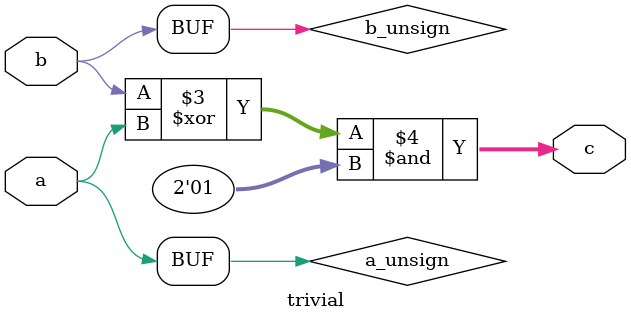
<source format=v>
module trivial(
   input signed a
  ,input signed b
  ,output reg signed [1:0] c
);
reg b_unsign;
reg a_unsign;
always @(*) begin
  b_unsign = b;
  a_unsign = a;
end
always @(*) begin
  c = ((b_unsign ^ a_unsign) & (2'sh1));
end
endmodule

</source>
